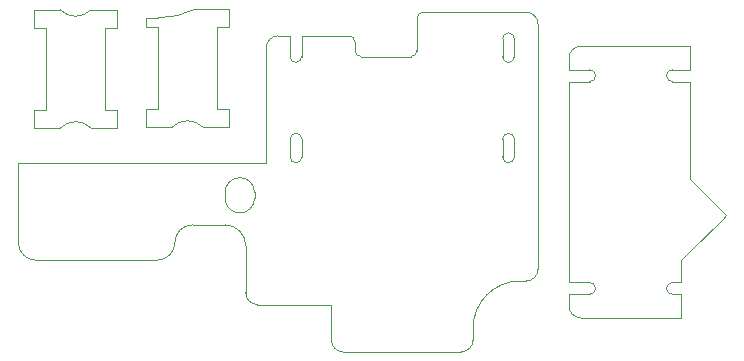
<source format=gbr>
G04 #@! TF.FileFunction,Profile,NP*
%FSLAX46Y46*%
G04 Gerber Fmt 4.6, Leading zero omitted, Abs format (unit mm)*
G04 Created by KiCad (PCBNEW 4.0.0-rc2-stable) date 2016-09-06 13:17:37*
%MOMM*%
G01*
G04 APERTURE LIST*
%ADD10C,0.100000*%
G04 APERTURE END LIST*
D10*
X124625000Y-68475000D02*
X124000000Y-68475000D01*
X123981702Y-68478787D02*
G75*
G02X120825000Y-69225000I-3156702J6303787D01*
G01*
X119825000Y-69975000D02*
X119825000Y-69225000D01*
X119825000Y-69225000D02*
X120825000Y-69225000D01*
X126825000Y-68475000D02*
X124625000Y-68475000D01*
X126825000Y-69225000D02*
X126825000Y-68475000D01*
X126825000Y-69975000D02*
X126825000Y-69225000D01*
X130000000Y-81500000D02*
X130000000Y-81250000D01*
X109000000Y-81500000D02*
X130000000Y-81500000D01*
X109000000Y-81750000D02*
X109000000Y-81500000D01*
X143250000Y-68750000D02*
X152000000Y-68750000D01*
X142250000Y-72500000D02*
X142000000Y-72500000D01*
X142750000Y-69250000D02*
X142750000Y-72000000D01*
X109000000Y-88250000D02*
X109000000Y-82500000D01*
X109000000Y-82500000D02*
X109000000Y-82000000D01*
X109000000Y-82000000D02*
X109000000Y-81750000D01*
X165125000Y-91625000D02*
X165125000Y-89725000D01*
X165875000Y-88975000D02*
X165125000Y-89725000D01*
X165125000Y-91625000D02*
X164375000Y-91625000D01*
X165125000Y-92625000D02*
X164375000Y-92625000D01*
X165125000Y-94625000D02*
X156625000Y-94625000D01*
X130000000Y-81250000D02*
X130000000Y-80750000D01*
X125825000Y-69975000D02*
X126825000Y-69975000D01*
X125825000Y-76975000D02*
X125825000Y-69975000D01*
X126825000Y-76975000D02*
X125825000Y-76975000D01*
X126825000Y-78475000D02*
X126825000Y-76975000D01*
X124625000Y-78475000D02*
X126825000Y-78475000D01*
X122025000Y-78475000D02*
X119825000Y-78475000D01*
X119825000Y-76975000D02*
X119825000Y-78475000D01*
X120825000Y-76975000D02*
X119825000Y-76975000D01*
X120825000Y-69975000D02*
X120825000Y-76975000D01*
X119825000Y-69975000D02*
X120825000Y-69975000D01*
X117350000Y-78550000D02*
X115150000Y-78550000D01*
X117350000Y-77050000D02*
X117350000Y-78550000D01*
X116350000Y-77050000D02*
X117350000Y-77050000D01*
X116350000Y-70050000D02*
X116350000Y-77050000D01*
X111350000Y-77050000D02*
X111350000Y-70050000D01*
X117350000Y-70050000D02*
X116350000Y-70050000D01*
X117350000Y-68550000D02*
X117350000Y-70050000D01*
X115150000Y-68550000D02*
X117350000Y-68550000D01*
X110350000Y-68550000D02*
X112550000Y-68550000D01*
X110350000Y-70050000D02*
X110350000Y-68550000D01*
X111350000Y-70050000D02*
X110350000Y-70050000D01*
X110350000Y-78550000D02*
X112550000Y-78550000D01*
X110350000Y-77050000D02*
X110350000Y-78550000D01*
X111350000Y-77050000D02*
X110350000Y-77050000D01*
X164375000Y-73625000D02*
G75*
G03X163875000Y-74125000I0J-500000D01*
G01*
X163875000Y-74125000D02*
G75*
G03X164375000Y-74625000I500000J0D01*
G01*
X165875000Y-82875000D02*
X165875000Y-74625000D01*
X168925000Y-85925000D02*
X165875000Y-82875000D01*
X168625000Y-86225000D02*
X168925000Y-85925000D01*
X168625000Y-86225000D02*
X165875000Y-88975000D01*
X164375000Y-91625000D02*
G75*
G03X163875000Y-92125000I0J-500000D01*
G01*
X163875000Y-92125000D02*
G75*
G03X164375000Y-92625000I500000J0D01*
G01*
X157875000Y-74125000D02*
G75*
G03X157375000Y-73625000I-500000J0D01*
G01*
X157375000Y-74625000D02*
G75*
G03X157875000Y-74125000I0J500000D01*
G01*
X155625000Y-74625000D02*
X157375000Y-74625000D01*
X157875000Y-92125000D02*
G75*
G03X157375000Y-91625000I-500000J0D01*
G01*
X157375000Y-92625000D02*
G75*
G03X157875000Y-92125000I0J500000D01*
G01*
X155625000Y-91625000D02*
X155625000Y-74625000D01*
X155675000Y-91625000D02*
X155625000Y-91625000D01*
X155875000Y-91625000D02*
X155675000Y-91625000D01*
X133000000Y-81000000D02*
X133000000Y-79500000D01*
X133000000Y-79500000D02*
G75*
G03X132500000Y-79000000I-500000J0D01*
G01*
X132500000Y-81500000D02*
G75*
G03X133000000Y-81000000I0J500000D01*
G01*
X132000000Y-81000000D02*
G75*
G03X132500000Y-81500000I500000J0D01*
G01*
X132500000Y-79000000D02*
G75*
G03X132000000Y-79500000I0J-500000D01*
G01*
X150500000Y-81500000D02*
G75*
G03X151000000Y-81000000I0J500000D01*
G01*
X150000000Y-81000000D02*
G75*
G03X150500000Y-81500000I500000J0D01*
G01*
X151000000Y-79500000D02*
G75*
G03X150500000Y-79000000I-500000J0D01*
G01*
X150500000Y-79000000D02*
G75*
G03X150000000Y-79500000I0J-500000D01*
G01*
X150000000Y-79500000D02*
X150000000Y-81000000D01*
X151000000Y-71000000D02*
G75*
G03X150500000Y-70500000I-500000J0D01*
G01*
X150500000Y-70500000D02*
G75*
G03X150000000Y-71000000I0J-500000D01*
G01*
X150500000Y-73000000D02*
G75*
G03X151000000Y-72500000I0J500000D01*
G01*
X150000000Y-72500000D02*
G75*
G03X150500000Y-73000000I500000J0D01*
G01*
X132500000Y-73000000D02*
G75*
G03X133000000Y-72500000I0J500000D01*
G01*
X132000000Y-72500000D02*
G75*
G03X132500000Y-73000000I500000J0D01*
G01*
X137000000Y-70750000D02*
X133000000Y-70750000D01*
X110500000Y-89750000D02*
X120750000Y-89750000D01*
X123750000Y-86750000D02*
G75*
G03X122250000Y-88250000I0J-1500000D01*
G01*
X155625000Y-73625000D02*
X155925000Y-73625000D01*
X155625000Y-73625000D02*
X155625000Y-72625000D01*
X155625000Y-92625000D02*
X155925000Y-92625000D01*
X155625000Y-93625000D02*
X155625000Y-92625000D01*
X133000000Y-71000000D02*
X133000000Y-70750000D01*
X132000000Y-70750000D02*
X132000000Y-71000000D01*
X131000000Y-70750000D02*
X132000000Y-70750000D01*
X130000000Y-80750000D02*
X130000000Y-71750000D01*
X126500000Y-84500000D02*
X126500000Y-84000000D01*
X129000000Y-84500000D02*
X129000000Y-84000000D01*
X128250000Y-92500000D02*
X128250000Y-89000000D01*
X135500000Y-93750000D02*
X135500000Y-93500000D01*
X137500000Y-72000000D02*
X137500000Y-71750000D01*
X127750000Y-82750000D02*
G75*
G03X126500000Y-84000000I0J-1250000D01*
G01*
X129000000Y-84000000D02*
G75*
G03X127750000Y-82750000I-1250000J0D01*
G01*
X127750000Y-85750000D02*
G75*
G03X129000000Y-84500000I0J1250000D01*
G01*
X126500000Y-84500000D02*
G75*
G03X127750000Y-85750000I1250000J0D01*
G01*
X165875000Y-71625000D02*
X156625000Y-71625000D01*
X137500000Y-71750000D02*
X137500000Y-71250000D01*
X153000000Y-90500000D02*
X153000000Y-90000000D01*
X135500000Y-96500000D02*
X135500000Y-96000000D01*
X152000000Y-91500000D02*
X151500000Y-91500000D01*
X153000000Y-70000000D02*
X153000000Y-69750000D01*
X136500000Y-97500000D02*
X146500000Y-97500000D01*
X109000000Y-88250000D02*
G75*
G03X110500000Y-89750000I1500000J0D01*
G01*
X120750000Y-89750000D02*
G75*
G03X122250000Y-88250000I0J1500000D01*
G01*
X128250000Y-89000000D02*
X128250000Y-88500000D01*
X129750000Y-93500000D02*
X129250000Y-93500000D01*
X128250000Y-92500000D02*
G75*
G03X129250000Y-93500000I1000000J0D01*
G01*
X135500000Y-93500000D02*
X129750000Y-93500000D01*
X126500000Y-86750000D02*
X123750000Y-86750000D01*
X128250000Y-88500000D02*
G75*
G03X126500000Y-86750000I-1750000J0D01*
G01*
X135500000Y-94000000D02*
X135500000Y-93750000D01*
X135500000Y-96000000D02*
X135500000Y-94000000D01*
X135500000Y-96500000D02*
G75*
G03X136500000Y-97500000I1000000J0D01*
G01*
X157375000Y-92625000D02*
X155875000Y-92625000D01*
X157375000Y-91625000D02*
X155875000Y-91625000D01*
X155875000Y-73625000D02*
X157375000Y-73625000D01*
X165125000Y-94625000D02*
X165125000Y-92625000D01*
X155625000Y-93625000D02*
G75*
G03X156625000Y-94625000I1000000J0D01*
G01*
X156625000Y-71625000D02*
G75*
G03X155625000Y-72625000I0J-1000000D01*
G01*
X165875000Y-71625000D02*
X165875000Y-73625000D01*
X164375000Y-73625000D02*
X165875000Y-73625000D01*
X165875000Y-74625000D02*
X164375000Y-74625000D01*
X146500000Y-97500000D02*
G75*
G03X147500000Y-96500000I0J1000000D01*
G01*
X147500000Y-96500000D02*
X147500000Y-95500000D01*
X151500000Y-91500000D02*
G75*
G03X147500000Y-95500000I0J-4000000D01*
G01*
X152000000Y-91500000D02*
G75*
G03X153000000Y-90500000I0J1000000D01*
G01*
X150000000Y-71000000D02*
X150000000Y-72500000D01*
X151000000Y-72500000D02*
X151000000Y-71000000D01*
X151000000Y-81000000D02*
X151000000Y-79500000D01*
X132000000Y-79500000D02*
X132000000Y-81000000D01*
X133000000Y-71000000D02*
X133000000Y-72500000D01*
X132000000Y-72500000D02*
X132000000Y-71000000D01*
X131000000Y-70750000D02*
G75*
G03X130000000Y-71750000I0J-1000000D01*
G01*
X137500000Y-71250000D02*
G75*
G03X137000000Y-70750000I-500000J0D01*
G01*
X137500000Y-72000000D02*
G75*
G03X138000000Y-72500000I500000J0D01*
G01*
X142250000Y-72500000D02*
G75*
G03X142750000Y-72000000I0J500000D01*
G01*
X143250000Y-68750000D02*
G75*
G03X142750000Y-69250000I0J-500000D01*
G01*
X153000000Y-69750000D02*
G75*
G03X152000000Y-68750000I-1000000J0D01*
G01*
X138000000Y-72500000D02*
X142000000Y-72500000D01*
X153000000Y-72000000D02*
X153000000Y-70000000D01*
X153000000Y-90000000D02*
X153000000Y-72000000D01*
X115150000Y-78550000D02*
G75*
G03X112550000Y-78550000I-1300000J-1300000D01*
G01*
X124625000Y-78475000D02*
G75*
G03X122025000Y-78475000I-1300000J-1300000D01*
G01*
X112550000Y-68550000D02*
G75*
G03X115150000Y-68550000I1300000J1300000D01*
G01*
M02*

</source>
